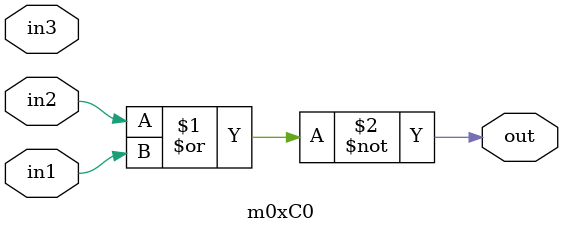
<source format=v>
module m0xC0 (input in2, in1, in3, output out);


	nor (out, in2, in1);

endmodule

</source>
